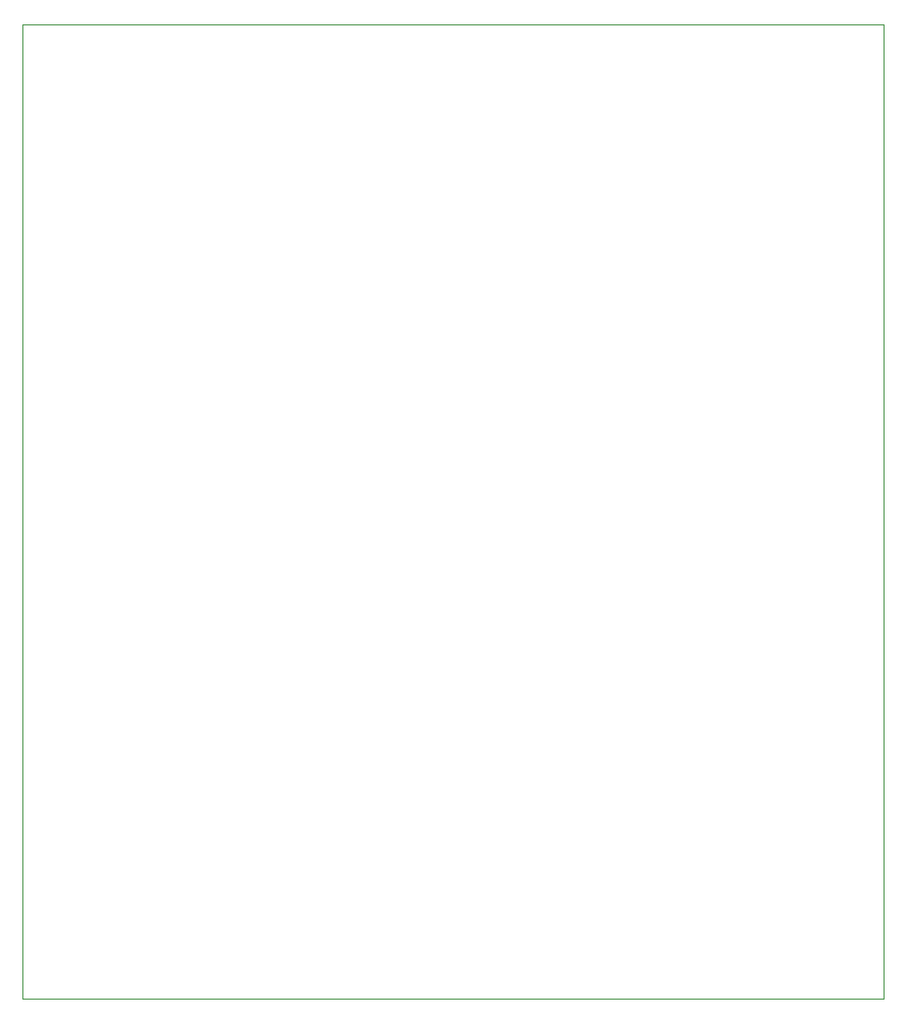
<source format=gbr>
%TF.GenerationSoftware,KiCad,Pcbnew,(7.0.0)*%
%TF.CreationDate,2023-12-04T19:23:21-08:00*%
%TF.ProjectId,Bottom_Board,426f7474-6f6d-45f4-926f-6172642e6b69,0*%
%TF.SameCoordinates,Original*%
%TF.FileFunction,Profile,NP*%
%FSLAX46Y46*%
G04 Gerber Fmt 4.6, Leading zero omitted, Abs format (unit mm)*
G04 Created by KiCad (PCBNEW (7.0.0)) date 2023-12-04 19:23:21*
%MOMM*%
%LPD*%
G01*
G04 APERTURE LIST*
%TA.AperFunction,Profile*%
%ADD10C,0.100000*%
%TD*%
G04 APERTURE END LIST*
D10*
X100000000Y-63000000D02*
X174750000Y-63000000D01*
X174750000Y-63000000D02*
X174750000Y-147500000D01*
X174750000Y-147500000D02*
X100000000Y-147500000D01*
X100000000Y-147500000D02*
X100000000Y-63000000D01*
M02*

</source>
